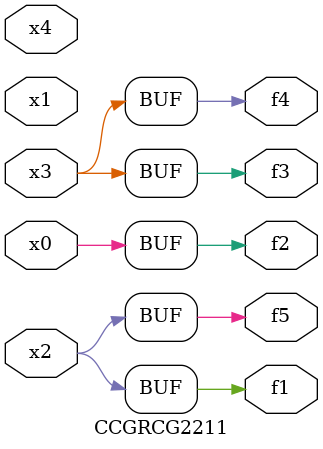
<source format=v>
module CCGRCG2211(
	input x0, x1, x2, x3, x4,
	output f1, f2, f3, f4, f5
);
	assign f1 = x2;
	assign f2 = x0;
	assign f3 = x3;
	assign f4 = x3;
	assign f5 = x2;
endmodule

</source>
